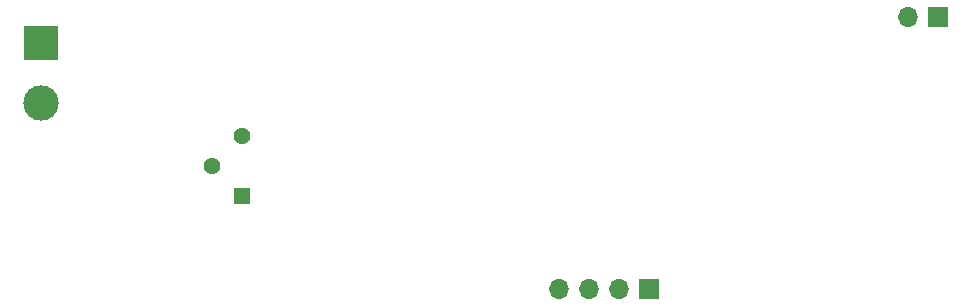
<source format=gbr>
%TF.GenerationSoftware,KiCad,Pcbnew,8.0.2*%
%TF.CreationDate,2024-06-27T01:20:11-06:00*%
%TF.ProjectId,2024_NE555_ChargePump,32303234-5f4e-4453-9535-355f43686172,rev?*%
%TF.SameCoordinates,Original*%
%TF.FileFunction,Soldermask,Bot*%
%TF.FilePolarity,Negative*%
%FSLAX46Y46*%
G04 Gerber Fmt 4.6, Leading zero omitted, Abs format (unit mm)*
G04 Created by KiCad (PCBNEW 8.0.2) date 2024-06-27 01:20:11*
%MOMM*%
%LPD*%
G01*
G04 APERTURE LIST*
G04 Aperture macros list*
%AMRoundRect*
0 Rectangle with rounded corners*
0 $1 Rounding radius*
0 $2 $3 $4 $5 $6 $7 $8 $9 X,Y pos of 4 corners*
0 Add a 4 corners polygon primitive as box body*
4,1,4,$2,$3,$4,$5,$6,$7,$8,$9,$2,$3,0*
0 Add four circle primitives for the rounded corners*
1,1,$1+$1,$2,$3*
1,1,$1+$1,$4,$5*
1,1,$1+$1,$6,$7*
1,1,$1+$1,$8,$9*
0 Add four rect primitives between the rounded corners*
20,1,$1+$1,$2,$3,$4,$5,0*
20,1,$1+$1,$4,$5,$6,$7,0*
20,1,$1+$1,$6,$7,$8,$9,0*
20,1,$1+$1,$8,$9,$2,$3,0*%
G04 Aperture macros list end*
%ADD10R,1.700000X1.700000*%
%ADD11O,1.700000X1.700000*%
%ADD12R,3.000000X3.000000*%
%ADD13C,3.000000*%
%ADD14RoundRect,0.102000X0.611000X-0.611000X0.611000X0.611000X-0.611000X0.611000X-0.611000X-0.611000X0*%
%ADD15C,1.426000*%
G04 APERTURE END LIST*
D10*
%TO.C,J3*%
X152237600Y-86938000D03*
D11*
X149697600Y-86938000D03*
X147157600Y-86938000D03*
X144617600Y-86938000D03*
%TD*%
D10*
%TO.C,J2*%
X176687400Y-63957200D03*
D11*
X174147400Y-63957200D03*
%TD*%
D12*
%TO.C,J1*%
X100711000Y-66141600D03*
D13*
X100711000Y-71221600D03*
%TD*%
D14*
%TO.C,RV1*%
X117703600Y-79070200D03*
D15*
X115163600Y-76530200D03*
X117703600Y-73990200D03*
%TD*%
M02*

</source>
